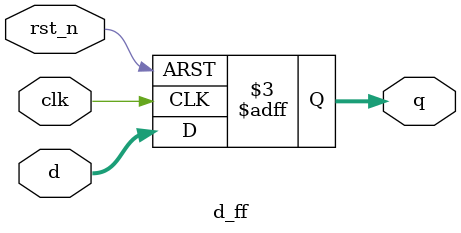
<source format=sv>
module d_ff #(
    parameter int WIDTH = 8
) (
    input  logic             clk,      // Clock
    input  logic             rst_n,    // Synchronous active-low reset
    input  logic [WIDTH-1:0] d,        // Data input
    output logic [WIDTH-1:0] q         // Data output
);

always_ff @(posedge clk or negedge rst_n) begin
    if (!rst_n) begin
        q <= '0;  // Reset to all zeros
    end else begin
        q <= d;   // Capture input on rising edge
    end
end

endmodule



</source>
